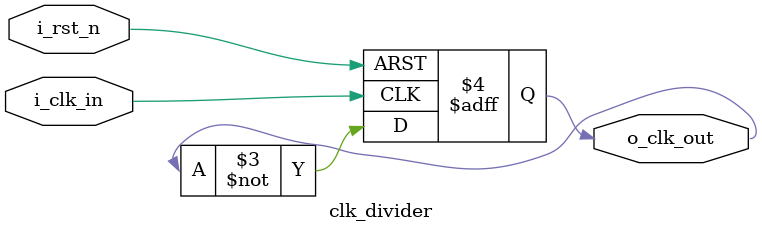
<source format=v>

module clk_divider (
	                input   wire    i_clk_in   ,  // XC7S15 FTGB196ABX FPGA Clk >> 100 MHZ (10 ns) 
	                input   wire    i_rst_n    ,
	                output  reg     o_clk_out );  // output divided clk by 2 >> 50 MHZ (20 ns)


always @(posedge i_clk_in or negedge i_rst_n)
  begin: clk_divider_by_2

    if(!i_rst_n)
      begin 
        o_clk_out <= 1'b0 ;
      end 

    else 
      begin 
        o_clk_out <= ~o_clk_out;  // delay of one clock cycle will be done by default so no need to count 
      end 

  end

endmodule 




</source>
